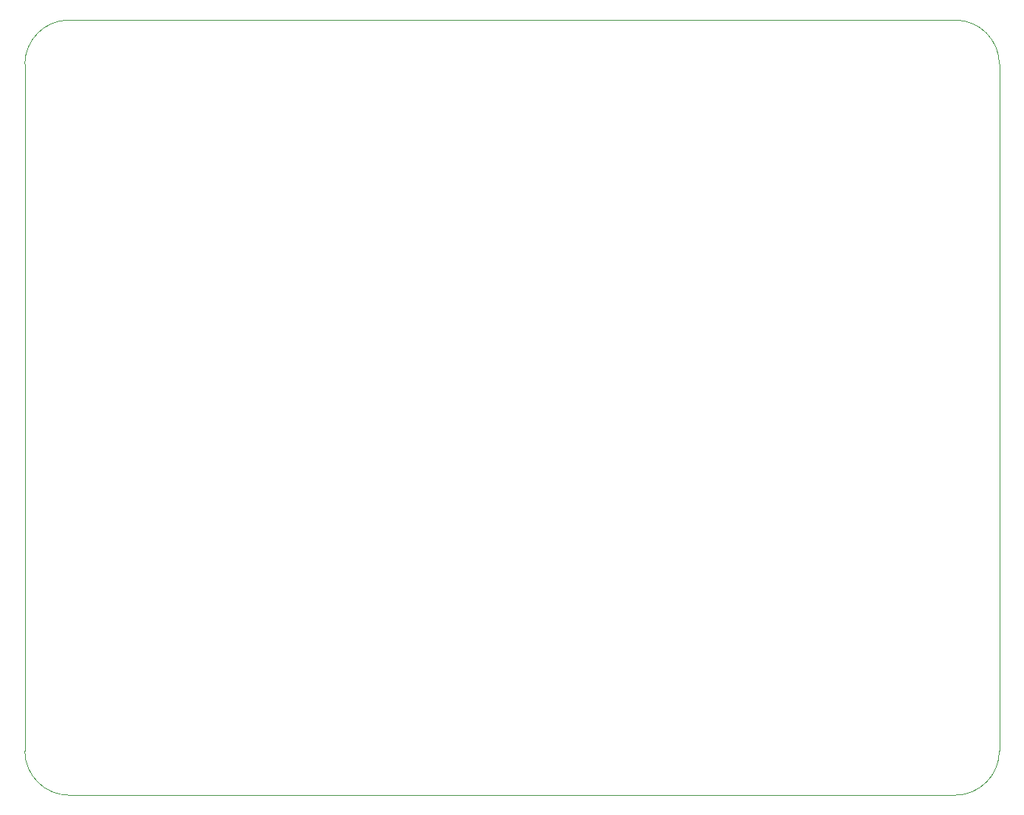
<source format=gm1>
G04 #@! TF.GenerationSoftware,KiCad,Pcbnew,(6.0.0)*
G04 #@! TF.CreationDate,2022-08-18T21:59:34-04:00*
G04 #@! TF.ProjectId,Atmega16 breakout,41746d65-6761-4313-9620-627265616b6f,rev?*
G04 #@! TF.SameCoordinates,Original*
G04 #@! TF.FileFunction,Profile,NP*
%FSLAX46Y46*%
G04 Gerber Fmt 4.6, Leading zero omitted, Abs format (unit mm)*
G04 Created by KiCad (PCBNEW (6.0.0)) date 2022-08-18 21:59:34*
%MOMM*%
%LPD*%
G01*
G04 APERTURE LIST*
G04 #@! TA.AperFunction,Profile*
%ADD10C,0.100000*%
G04 #@! TD*
G04 APERTURE END LIST*
D10*
X162560000Y-45720000D02*
X162560000Y-124460000D01*
X157480000Y-129540000D02*
G75*
G03*
X162560000Y-124460000I-2J5080002D01*
G01*
X162560000Y-45720000D02*
G75*
G03*
X157480000Y-40640000I-5080002J-2D01*
G01*
X50800000Y-124460000D02*
G75*
G03*
X55880000Y-129540000I5080002J2D01*
G01*
X55880000Y-40640000D02*
X157480000Y-40640000D01*
X50800000Y-124460000D02*
X50800000Y-124206000D01*
X50800000Y-124206000D02*
X50800000Y-45720000D01*
X55880000Y-40640000D02*
G75*
G03*
X50800000Y-45720000I2J-5080002D01*
G01*
X157480000Y-129540000D02*
X55880000Y-129540000D01*
M02*

</source>
